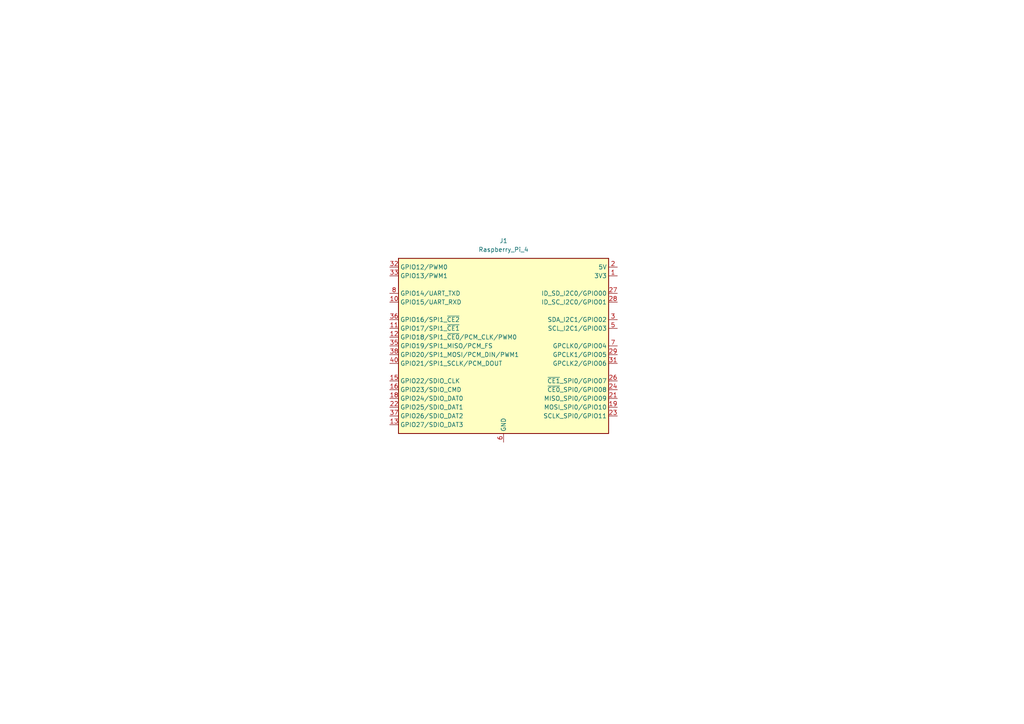
<source format=kicad_sch>
(kicad_sch (version 20250114) (generator "eeschema") (generator_version "9.0")
  (paper "A4")
  (lib_symbols
    (symbol "Connector:Raspberry_Pi_4"
      (property "Reference" "J" (at -17.526 48.768 0))
      (property "Value" "Raspberry_Pi_4" (at 15.748 -26.416 0))
      (symbol "Raspberry_Pi_4_0_1"
        (rectangle (start -30.48 25.4) (end 30.48 -25.4) (stroke (width 0.254)) (fill (type background)))
      )
      (symbol "Raspberry_Pi_4_1_1"
        (pin bidirectional line (at -33.02 22.86 0) (length 2.54) (name "GPIO12/PWM0") (number "32"))
        (pin bidirectional line (at -33.02 20.32 0) (length 2.54) (name "GPIO13/PWM1") (number "33"))
        (pin bidirectional line (at -33.02 15.24 0) (length 2.54) (name "GPIO14/UART_TXD") (number "8"))
        (pin bidirectional line (at -33.02 12.7 0) (length 2.54) (name "GPIO15/UART_RXD") (number "10"))
        (pin bidirectional line (at -33.02 7.62 0) (length 2.54) (name "GPIO16/SPI1_~{CE2}") (number "36"))
        (pin bidirectional line (at -33.02 5.08 0) (length 2.54) (name "GPIO17/SPI1_~{CE1}") (number "11"))
        (pin bidirectional line (at -33.02 2.54 0) (length 2.54) (name "GPIO18/SPI1_~{CE0}/PCM_CLK/PWM0") (number "12"))
        (pin bidirectional line (at -33.02 0 0) (length 2.54) (name "GPIO19/SPI1_MISO/PCM_FS") (number "35"))
        (pin bidirectional line (at -33.02 -2.54 0) (length 2.54) (name "GPIO20/SPI1_MOSI/PCM_DIN/PWM1") (number "38"))
        (pin bidirectional line (at -33.02 -5.08 0) (length 2.54) (name "GPIO21/SPI1_SCLK/PCM_DOUT") (number "40"))
        (pin bidirectional line (at -33.02 -10.16 0) (length 2.54) (name "GPIO22/SDIO_CLK") (number "15"))
        (pin bidirectional line (at -33.02 -12.7 0) (length 2.54) (name "GPIO23/SDIO_CMD") (number "16"))
        (pin bidirectional line (at -33.02 -15.24 0) (length 2.54) (name "GPIO24/SDIO_DAT0") (number "18"))
        (pin bidirectional line (at -33.02 -17.78 0) (length 2.54) (name "GPIO25/SDIO_DAT1") (number "22"))
        (pin bidirectional line (at -33.02 -20.32 0) (length 2.54) (name "GPIO26/SDIO_DAT2") (number "37"))
        (pin bidirectional line (at -33.02 -22.86 0) (length 2.54) (name "GPIO27/SDIO_DAT3") (number "13"))
        (pin passive line (at 0 -27.94 90) (length 2.54) (hide yes) (name "GND") (number "14"))
        (pin passive line (at 0 -27.94 90) (length 2.54) (hide yes) (name "GND") (number "20"))
        (pin passive line (at 0 -27.94 90) (length 2.54) (hide yes) (name "GND") (number "25"))
        (pin passive line (at 0 -27.94 90) (length 2.54) (hide yes) (name "GND") (number "30"))
        (pin passive line (at 0 -27.94 90) (length 2.54) (hide yes) (name "GND") (number "34"))
        (pin passive line (at 0 -27.94 90) (length 2.54) (hide yes) (name "GND") (number "39"))
        (pin power_out line (at 0 -27.94 90) (length 2.54) (name "GND") (number "6"))
        (pin passive line (at 0 -27.94 90) (length 2.54) (hide yes) (name "GND") (number "9"))
        (pin power_out line (at 33.02 22.86 180) (length 2.54) (name "5V") (number "2"))
        (pin passive line (at 33.02 22.86 180) (length 2.54) (hide yes) (name "5V") (number "4"))
        (pin power_out line (at 33.02 20.32 180) (length 2.54) (name "3V3") (number "1"))
        (pin passive line (at 33.02 20.32 180) (length 2.54) (hide yes) (name "3V3") (number "17"))
        (pin bidirectional line (at 33.02 15.24 180) (length 2.54) (name "ID_SD_I2C0/GPIO00") (number "27"))
        (pin bidirectional line (at 33.02 12.7 180) (length 2.54) (name "ID_SC_I2C0/GPIO01") (number "28"))
        (pin bidirectional line (at 33.02 7.62 180) (length 2.54) (name "SDA_I2C1/GPIO02") (number "3"))
        (pin bidirectional line (at 33.02 5.08 180) (length 2.54) (name "SCL_I2C1/GPIO03") (number "5"))
        (pin bidirectional line (at 33.02 0 180) (length 2.54) (name "GPCLK0/GPIO04") (number "7"))
        (pin bidirectional line (at 33.02 -2.54 180) (length 2.54) (name "GPCLK1/GPIO05") (number "29"))
        (pin bidirectional line (at 33.02 -5.08 180) (length 2.54) (name "GPCLK2/GPIO06") (number "31"))
        (pin bidirectional line (at 33.02 -10.16 180) (length 2.54) (name "~{CE1}_SPI0/GPIO07") (number "26"))
        (pin bidirectional line (at 33.02 -12.7 180) (length 2.54) (name "~{CE0}_SPI0/GPIO08") (number "24"))
        (pin bidirectional line (at 33.02 -15.24 180) (length 2.54) (name "MISO_SPI0/GPIO09") (number "21"))
        (pin bidirectional line (at 33.02 -17.78 180) (length 2.54) (name "MOSI_SPI0/GPIO10") (number "19"))
        (pin bidirectional line (at 33.02 -20.32 180) (length 2.54) (name "SCLK_SPI0/GPIO11") (number "23"))
      )
    )
  )
  (symbol (lib_id "Connector:Raspberry_Pi_4") (at 146.05 100.33 0) (unit 1)
    (property "Reference" "J1" (at 146.05 69.85 0))
    (property "Value" "Raspberry_Pi_4" (at 146.05 72.39 0))
    (property "Footprint" "Connector_PinHeader_2.54mm:PinHeader_2x20_P2.54mm_Vertical" (effects (hide yes)))
    (property "Datasheet" "https://datasheets.raspberrypi.com/rpi4/raspberry-pi-4-datasheet.pdf" (effects (hide yes)))
    (property "Description" "Raspberry Pi 4 Model B" (effects (hide yes)))
  )
)
</source>
